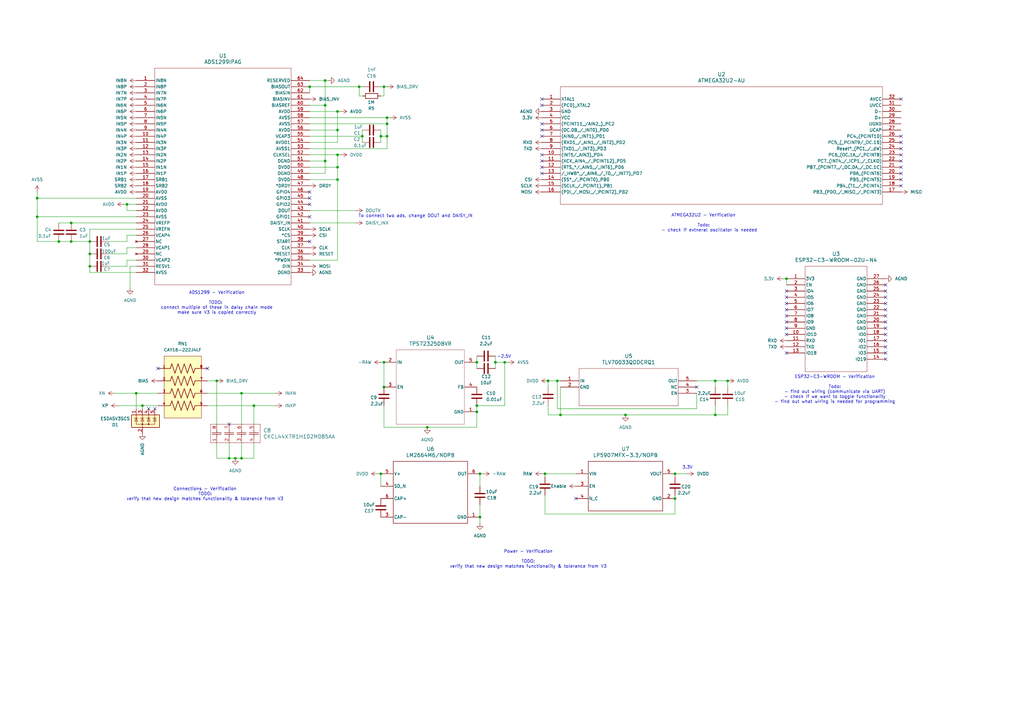
<source format=kicad_sch>
(kicad_sch (version 20231120) (generator "eeschema") (generator_version "8.0")
  (paper "A3")
  (lib_symbols
    (symbol "Device:C" (pin_numbers hide) (pin_names (offset 0.254))
      (property "Reference" "C" (at 0.635 2.54 0))
      (property "Value" "C" (at 0.635 -2.54 0))
      (symbol "C_1_1"
        (pin passive line (at 0 3.81 270) (length 2.794) (name "~") (number "1"))
        (pin passive line (at 0 -3.81 90) (length 2.794) (name "~") (number "2"))
      )
    )
    (symbol "Device:R" (pin_numbers hide) (pin_names (offset 0))
      (property "Reference" "R" (at 2.032 0 90))
      (property "Value" "R" (at 0 0 90))
      (symbol "R_1_1"
        (pin passive line (at 0 3.81 270) (length 1.27) (name "~") (number "1"))
        (pin passive line (at 0 -3.81 90) (length 1.27) (name "~") (number "2"))
      )
    )
    (symbol "Power_Protection:ESDA5V3SC5" (pin_names hide)
      (property "Reference" "D" (at 7.62 2.54 0))
      (property "Value" "ESDA5V3SC5" (at 7.62 0.635 0))
      (symbol "ESDA5V3SC5_0_0"
        (pin passive line (at 0 -5.08 90) (length 2.54) (name "A") (number "2"))
      )
      (symbol "ESDA5V3SC5_1_1"
        (pin passive line (at -2.54 5.08 270) (length 2.54) (name "K") (number "1"))
        (pin passive line (at 0 5.08 270) (length 2.54) (name "K") (number "3"))
        (pin passive line (at 2.54 5.08 270) (length 2.54) (name "K") (number "4"))
        (pin passive line (at 5.08 5.08 270) (length 2.54) (name "K") (number "5"))
      )
    )
    (symbol "V4_OpenBCI_Hardware_Symbol_Library:ADS1299IPAG" (pin_names (offset 0.254))
      (property "Reference" "U" (at 35.56 10.16 0))
      (property "Value" "ADS1299IPAG" (at 35.56 7.62 0))
      (symbol "ADS1299IPAG_0_1"
        (pin input line (at 0 0 0) (length 7.62) (name "IN8N") (number "1"))
        (pin input line (at 0 -22.86 0) (length 7.62) (name "IN4P") (number "10"))
        (pin input line (at 0 -25.4 0) (length 7.62) (name "IN3N") (number "11"))
        (pin input line (at 0 -27.94 0) (length 7.62) (name "IN3P") (number "12"))
        (pin input line (at 0 -30.48 0) (length 7.62) (name "IN2N") (number "13"))
        (pin input line (at 0 -33.02 0) (length 7.62) (name "IN2P") (number "14"))
        (pin input line (at 0 -35.56 0) (length 7.62) (name "IN1N") (number "15"))
        (pin input line (at 0 -38.1 0) (length 7.62) (name "IN1P") (number "16"))
        (pin bidirectional line (at 0 -40.64 0) (length 7.62) (name "SRB1") (number "17"))
        (pin bidirectional line (at 0 -43.18 0) (length 7.62) (name "SRB2") (number "18"))
        (pin power_in line (at 0 -45.72 0) (length 7.62) (name "AVDD") (number "19"))
        (pin input line (at 0 -2.54 0) (length 7.62) (name "IN8P") (number "2"))
        (pin power_in line (at 0 -48.26 0) (length 7.62) (name "AVSS") (number "20"))
        (pin power_in line (at 0 -50.8 0) (length 7.62) (name "AVDD") (number "21"))
        (pin power_in line (at 0 -53.34 0) (length 7.62) (name "AVDD") (number "22"))
        (pin power_in line (at 0 -55.88 0) (length 7.62) (name "AVSS") (number "23"))
        (pin bidirectional line (at 0 -58.42 0) (length 7.62) (name "VREFP") (number "24"))
        (pin input line (at 0 -60.96 0) (length 7.62) (name "VREFN") (number "25"))
        (pin output line (at 0 -63.5 0) (length 7.62) (name "VCAP4") (number "26"))
        (pin no_connect line (at 0 -66.04 0) (length 7.62) (name "NC") (number "27"))
        (pin unspecified line (at 0 -68.58 0) (length 7.62) (name "VCAP1") (number "28"))
        (pin no_connect line (at 0 -71.12 0) (length 7.62) (name "NC") (number "29"))
        (pin input line (at 0 -5.08 0) (length 7.62) (name "IN7N") (number "3"))
        (pin unspecified line (at 0 -73.66 0) (length 7.62) (name "VCAP2") (number "30"))
        (pin input line (at 0 -76.2 0) (length 7.62) (name "RESV1") (number "31"))
        (pin power_in line (at 0 -78.74 0) (length 7.62) (name "AVSS") (number "32"))
        (pin power_in line (at 71.12 -78.74 180) (length 7.62) (name "DGND") (number "33"))
        (pin input line (at 71.12 -76.2 180) (length 7.62) (name "DIN") (number "34"))
        (pin power_in line (at 71.12 -73.66 180) (length 7.62) (name "*PWDN") (number "35"))
        (pin input line (at 71.12 -71.12 180) (length 7.62) (name "*RESET") (number "36"))
        (pin input line (at 71.12 -68.58 180) (length 7.62) (name "CLK") (number "37"))
        (pin input line (at 71.12 -66.04 180) (length 7.62) (name "START") (number "38"))
        (pin input line (at 71.12 -63.5 180) (length 7.62) (name "*CS") (number "39"))
        (pin input line (at 0 -7.62 0) (length 7.62) (name "IN7P") (number "4"))
        (pin input line (at 71.12 -60.96 180) (length 7.62) (name "SCLK") (number "40"))
        (pin input line (at 71.12 -58.42 180) (length 7.62) (name "DAISY_IN") (number "41"))
        (pin bidirectional line (at 71.12 -55.88 180) (length 7.62) (name "GPIO1") (number "42"))
        (pin output line (at 71.12 -53.34 180) (length 7.62) (name "DOUT") (number "43"))
        (pin bidirectional line (at 71.12 -50.8 180) (length 7.62) (name "GPIO2") (number "44"))
        (pin bidirectional line (at 71.12 -48.26 180) (length 7.62) (name "GPIO3") (number "45"))
        (pin bidirectional line (at 71.12 -45.72 180) (length 7.62) (name "GPIO4") (number "46"))
        (pin output line (at 71.12 -43.18 180) (length 7.62) (name "*DRDY") (number "47"))
        (pin power_in line (at 71.12 -40.64 180) (length 7.62) (name "DVDD") (number "48"))
        (pin power_in line (at 71.12 -38.1 180) (length 7.62) (name "DGND") (number "49"))
        (pin input line (at 0 -10.16 0) (length 7.62) (name "IN6N") (number "5"))
        (pin power_in line (at 71.12 -35.56 180) (length 7.62) (name "DVDD") (number "50"))
        (pin power_in line (at 71.12 -33.02 180) (length 7.62) (name "DGND") (number "51"))
        (pin input line (at 71.12 -30.48 180) (length 7.62) (name "CLKSEL") (number "52"))
        (pin power_in line (at 71.12 -27.94 180) (length 7.62) (name "AVSS1") (number "53"))
        (pin power_in line (at 71.12 -25.4 180) (length 7.62) (name "AVDD1") (number "54"))
        (pin unspecified line (at 71.12 -22.86 180) (length 7.62) (name "VCAP3") (number "55"))
        (pin power_in line (at 71.12 -20.32 180) (length 7.62) (name "AVDD") (number "56"))
        (pin power_in line (at 71.12 -17.78 180) (length 7.62) (name "AVSS") (number "57"))
        (pin power_in line (at 71.12 -15.24 180) (length 7.62) (name "AVSS") (number "58"))
        (pin power_in line (at 71.12 -12.7 180) (length 7.62) (name "AVDD") (number "59"))
        (pin input line (at 0 -12.7 0) (length 7.62) (name "IN6P") (number "6"))
        (pin input line (at 71.12 -10.16 180) (length 7.62) (name "BIASREF") (number "60"))
        (pin bidirectional line (at 71.12 -7.62 180) (length 7.62) (name "BIASINV") (number "61"))
        (pin input line (at 71.12 -5.08 180) (length 7.62) (name "BIASIN") (number "62"))
        (pin output line (at 71.12 -2.54 180) (length 7.62) (name "BIASOUT") (number "63"))
        (pin output line (at 71.12 0 180) (length 7.62) (name "RESERVED") (number "64"))
        (pin input line (at 0 -15.24 0) (length 7.62) (name "IN5N") (number "7"))
        (pin input line (at 0 -17.78 0) (length 7.62) (name "IN5P") (number "8"))
        (pin input line (at 0 -20.32 0) (length 7.62) (name "IN4N") (number "9"))
      )
    )
    (symbol "V4_OpenBCI_Hardware_Symbol_Library:ATMEGA32U2-AU" (pin_names (offset 0.254))
      (property "Reference" "U" (at 73.66 10.16 0))
      (property "Value" "ATMEGA32U2-AU" (at 73.66 7.62 0))
      (symbol "ATMEGA32U2-AU_0_1"
        (pin input line (at 0 0 0) (length 7.62) (name "XTAL1") (number "1"))
        (pin bidirectional line (at 0 -22.86 0) (length 7.62) (name "(INT5/_AIN3)_PD4") (number "10"))
        (pin bidirectional line (at 0 -25.4 0) (length 7.62) (name "(XCK_AIN4_/_PCINT12)_PD5") (number "11"))
        (pin bidirectional line (at 0 -27.94 0) (length 7.62) (name "(RTS_*/_AIN5_/_INT6)_PD6") (number "12"))
        (pin bidirectional line (at 0 -30.48 0) (length 7.62) (name "/_HWB*_/_AIN6_/_T0_/_INT7)_PD7") (number "13"))
        (pin bidirectional line (at 0 -33.02 0) (length 7.62) (name "(SS*_/_PCINT0)_PB0") (number "14"))
        (pin bidirectional line (at 0 -35.56 0) (length 7.62) (name "(SCLK_/_PCINT1)_PB1") (number "15"))
        (pin bidirectional line (at 0 -38.1 0) (length 7.62) (name "(PDI_/_MOSI_/_PCINT2)_PB2") (number "16"))
        (pin bidirectional line (at 147.32 -38.1 180) (length 7.62) (name "PB3_(PDO_/_MISO_/_PCINT3)") (number "17"))
        (pin bidirectional line (at 147.32 -35.56 180) (length 7.62) (name "PB4_(T1_/_PCINT4)") (number "18"))
        (pin bidirectional line (at 147.32 -33.02 180) (length 7.62) (name "PB5_(PCINT5)") (number "19"))
        (pin output line (at 0 -2.54 0) (length 7.62) (name "(PC0)_XTAL2") (number "2"))
        (pin bidirectional line (at 147.32 -30.48 180) (length 7.62) (name "PB6_(PCINT6)") (number "20"))
        (pin bidirectional line (at 147.32 -27.94 180) (length 7.62) (name "PB7_(PCINT7_/_OC.0A_/_OC.1C)") (number "21"))
        (pin bidirectional line (at 147.32 -25.4 180) (length 7.62) (name "PC7_(INT4_/_ICP1_/_CLKO)") (number "22"))
        (pin bidirectional line (at 147.32 -22.86 180) (length 7.62) (name "PC6_(OC.1A_/_PCINT8)") (number "23"))
        (pin bidirectional line (at 147.32 -20.32 180) (length 7.62) (name "Reset*_(PC1_/_dW)") (number "24"))
        (pin bidirectional line (at 147.32 -17.78 180) (length 7.62) (name "PC5_(_PCINT9/_OC.1B)") (number "25"))
        (pin bidirectional line (at 147.32 -15.24 180) (length 7.62) (name "PC4_(PCINT10)") (number "26"))
        (pin power_in line (at 147.32 -12.7 180) (length 7.62) (name "UCAP") (number "27"))
        (pin power_in line (at 147.32 -10.16 180) (length 7.62) (name "UGND") (number "28"))
        (pin unspecified line (at 147.32 -7.62 180) (length 7.62) (name "D+") (number "29"))
        (pin power_in line (at 0 -5.08 0) (length 7.62) (name "GND") (number "3"))
        (pin unspecified line (at 147.32 -5.08 180) (length 7.62) (name "D-") (number "30"))
        (pin power_in line (at 147.32 -2.54 180) (length 7.62) (name "UVCC") (number "31"))
        (pin power_in line (at 147.32 0 180) (length 7.62) (name "AVCC") (number "32"))
        (pin power_in line (at 0 -7.62 0) (length 7.62) (name "VCC") (number "4"))
        (pin bidirectional line (at 0 -10.16 0) (length 7.62) (name "(PCINT11_/AIN2_)_PC2") (number "5"))
        (pin bidirectional line (at 0 -12.7 0) (length 7.62) (name "(OC.0B_/_INT0)_PD0") (number "6"))
        (pin bidirectional line (at 0 -15.24 0) (length 7.62) (name "(AIN0_/_INT1)_PD1") (number "7"))
        (pin bidirectional line (at 0 -17.78 0) (length 7.62) (name "(RXD1_/_AIN1_/_INT2)_PD2") (number "8"))
        (pin bidirectional line (at 0 -20.32 0) (length 7.62) (name "(TXD1_/_INT3)_PD3") (number "9"))
      )
    )
    (symbol "V4_OpenBCI_Hardware_Symbol_Library:CAY16-222J4LF" (pin_names (offset 1.016))
      (property "Reference" "RN" (at -6.8624 13.4635 0))
      (property "Value" "CAY16-222J4LF" (at -6.614 -15.7546 0))
      (symbol "CAY16-222J4LF_0_0"
        (pin passive line (at -10.16 7.62 0) (length 5.08) (name "~") (number "1"))
        (pin passive line (at -10.16 2.54 0) (length 5.08) (name "~") (number "2"))
        (pin passive line (at -10.16 -2.54 0) (length 5.08) (name "~") (number "3"))
        (pin passive line (at -10.16 -7.62 0) (length 5.08) (name "~") (number "4"))
        (pin passive line (at 10.16 -7.62 180) (length 5.08) (name "~") (number "5"))
        (pin passive line (at 10.16 -2.54 180) (length 5.08) (name "~") (number "6"))
        (pin passive line (at 10.16 2.54 180) (length 5.08) (name "~") (number "7"))
        (pin passive line (at 10.16 7.62 180) (length 5.08) (name "~") (number "8"))
      )
    )
    (symbol "V4_OpenBCI_Hardware_Symbol_Library:CKCL44X7R1H102M085AA" (pin_names (offset 0.254))
      (property "Reference" "C" (at -7.62 10.16 0))
      (property "Value" "CKCL44X7R1H102M085AA" (at -7.62 6.985 0))
      (symbol "CKCL44X7R1H102M085AA_0_1"
        (pin unspecified line (at 0 -7.62 90) (length 2.54) (name "") (number "1"))
        (pin unspecified line (at 5.08 -7.62 90) (length 2.54) (name "") (number "2"))
        (pin unspecified line (at 10.16 -7.62 90) (length 2.54) (name "") (number "3"))
        (pin unspecified line (at 15.24 -7.62 90) (length 2.54) (name "") (number "4"))
        (pin unspecified line (at 15.24 0 270) (length 2.54) (name "") (number "5"))
        (pin unspecified line (at 10.16 0 270) (length 2.54) (name "") (number "6"))
        (pin unspecified line (at 5.08 0 270) (length 2.54) (name "") (number "7"))
        (pin unspecified line (at 0 0 270) (length 2.54) (name "") (number "8"))
      )
    )
    (symbol "V4_OpenBCI_Hardware_Symbol_Library:ESP32-C3-WROOM-02U-N4" (pin_names (offset 0.254))
      (property "Reference" "U" (at 20.32 10.16 0))
      (property "Value" "ESP32-C3-WROOM-02U-N4" (at 20.32 7.62 0))
      (symbol "ESP32-C3-WROOM-02U-N4_0_1"
        (pin power_in line (at 0 0 0) (length 7.62) (name "3V3") (number "1"))
        (pin bidirectional line (at 0 -22.86 0) (length 7.62) (name "IO10") (number "10"))
        (pin bidirectional line (at 0 -25.4 0) (length 7.62) (name "RXD") (number "11"))
        (pin bidirectional line (at 0 -27.94 0) (length 7.62) (name "TXD") (number "12"))
        (pin bidirectional line (at 0 -30.48 0) (length 7.62) (name "IO18") (number "13"))
        (pin bidirectional line (at 40.64 -33.02 180) (length 7.62) (name "IO19") (number "14"))
        (pin bidirectional line (at 40.64 -30.48 180) (length 7.62) (name "IO3") (number "15"))
        (pin bidirectional line (at 40.64 -27.94 180) (length 7.62) (name "IO2") (number "16"))
        (pin bidirectional line (at 40.64 -25.4 180) (length 7.62) (name "IO1") (number "17"))
        (pin bidirectional line (at 40.64 -22.86 180) (length 7.62) (name "IO0") (number "18"))
        (pin power_out line (at 40.64 -20.32 180) (length 7.62) (name "GND") (number "19"))
        (pin input line (at 0 -2.54 0) (length 7.62) (name "EN") (number "2"))
        (pin power_out line (at 40.64 -17.78 180) (length 7.62) (name "GND") (number "20"))
        (pin power_out line (at 40.64 -15.24 180) (length 7.62) (name "GND") (number "21"))
        (pin power_out line (at 40.64 -12.7 180) (length 7.62) (name "GND") (number "22"))
        (pin power_out line (at 40.64 -10.16 180) (length 7.62) (name "GND") (number "23"))
        (pin power_out line (at 40.64 -7.62 180) (length 7.62) (name "GND") (number "24"))
        (pin power_out line (at 40.64 -5.08 180) (length 7.62) (name "GND") (number "25"))
        (pin power_out line (at 40.64 -2.54 180) (length 7.62) (name "GND") (number "26"))
        (pin power_out line (at 40.64 0 180) (length 7.62) (name "GND") (number "27"))
        (pin bidirectional line (at 0 -5.08 0) (length 7.62) (name "IO4") (number "3"))
        (pin bidirectional line (at 0 -7.62 0) (length 7.62) (name "IO5") (number "4"))
        (pin bidirectional line (at 0 -10.16 0) (length 7.62) (name "IO6") (number "5"))
        (pin bidirectional line (at 0 -12.7 0) (length 7.62) (name "IO7") (number "6"))
        (pin bidirectional line (at 0 -15.24 0) (length 7.62) (name "IO8") (number "7"))
        (pin bidirectional line (at 0 -17.78 0) (length 7.62) (name "IO9") (number "8"))
        (pin power_out line (at 0 -20.32 0) (length 7.62) (name "GND") (number "9"))
      )
    )
    (symbol "V4_OpenBCI_Hardware_Symbol_Library:LM2664M6_NOPB" (pin_names (offset 0.254))
      (property "Reference" "U" (at 0 2.54 0))
      (property "Value" "LM2664M6/NOPB" (at 0 0 0))
      (symbol "LM2664M6_NOPB_0_1"
        (pin power_in line (at 20.32 -10.16 180) (length 5.08) (name "GND") (number "1"))
        (pin power_in line (at -20.32 -10.16 0) (length 5.08) (name "CAP-") (number "3"))
        (pin input line (at -20.32 2.54 0) (length 5.08) (name "SD_N") (number "4"))
        (pin power_in line (at -20.32 7.62 0) (length 5.08) (name "V+") (number "5"))
        (pin power_in line (at -20.32 -2.54 0) (length 5.08) (name "CAP+") (number "6"))
        (pin power_in line (at 20.32 7.62 180) (length 5.08) (name "OUT") (number "6"))
      )
    )
    (symbol "V4_OpenBCI_Hardware_Symbol_Library:LP5907MFX-3.3_NOPB" (pin_names (offset 0.254))
      (property "Reference" "U" (at 0 2.54 0))
      (property "Value" "LP5907MFX-3.3/NOPB" (at 0 0 0))
      (symbol "LP5907MFX-3.3_NOPB_0_1"
        (pin power_in line (at -20.32 5.08 0) (length 5.08) (name "VIN") (number "1"))
        (pin power_in line (at 20.32 -5.08 180) (length 5.08) (name "GND") (number "2"))
        (pin input line (at -20.32 0 0) (length 5.08) (name "EN") (number "3"))
        (pin unspecified line (at -20.32 -5.08 0) (length 5.08) (name "N_C") (number "4"))
        (pin power_in line (at 20.32 5.08 180) (length 5.08) (name "VOUT") (number "5"))
      )
    )
    (symbol "V4_OpenBCI_Hardware_Symbol_Library:TLV70033QDDCRQ1" (pin_names (offset 0.254))
      (property "Reference" "U" (at 27.94 10.16 0))
      (property "Value" "TLV70033QDDCRQ1" (at 27.94 7.62 0))
      (symbol "TLV70033QDDCRQ1_0_1"
        (pin input line (at 0 0 0) (length 7.62) (name "IN") (number "1"))
        (pin power_in line (at 0 -2.54 0) (length 7.62) (name "GND") (number "2"))
        (pin unspecified line (at 55.88 -5.08 180) (length 7.62) (name "EN") (number "3"))
        (pin unspecified line (at 55.88 -2.54 180) (length 7.62) (name "NC") (number "4"))
        (pin output line (at 55.88 0 180) (length 7.62) (name "OUT") (number "5"))
      )
    )
    (symbol "V4_OpenBCI_Hardware_Symbol_Library:TPS72325DBVR" (pin_names (offset 0.254))
      (property "Reference" "U" (at 0 2.54 0))
      (property "Value" "TPS72325DBVR" (at 0 0 0))
      (symbol "TPS72325DBVR_0_1"
        (pin power_in line (at 20.32 -10.16 180) (length 5.08) (name "GND") (number "1"))
        (pin power_in line (at -17.78 10.16 0) (length 5.08) (name "IN") (number "2"))
        (pin input line (at -17.78 0 0) (length 5.08) (name "EN") (number "3"))
        (pin input line (at 20.32 0 180) (length 5.08) (name "FB") (number "4"))
        (pin power_in line (at 20.32 10.16 180) (length 5.08) (name "OUT") (number "5"))
      )
    )
    (symbol "power:GNDA" (power) (pin_numbers hide) (pin_names (offset 0) hide)
      (property "Value" "GNDA" (at 0 -3.81 0))
      (symbol "GNDA_1_1"
        (pin power_in line (at 0 0 270) (length 0) (name "~") (number "1"))
      )
    )
    (symbol "power:VD" (power) (pin_numbers hide) (pin_names (offset 0) hide)
      (property "Value" "VD" (at 0 3.556 0))
      (symbol "VD_1_1"
        (pin power_in line (at 0 0 90) (length 0) (name "~") (number "1"))
      )
    )
    (symbol "power:VDD" (power) (pin_numbers hide) (pin_names (offset 0) hide)
      (property "Value" "VDD" (at 0 3.556 0))
      (symbol "VDD_1_1"
        (pin power_in line (at 0 0 90) (length 0) (name "~") (number "1"))
      )
    )
    (symbol "power:VDDA" (power) (pin_numbers hide) (pin_names (offset 0) hide)
      (property "Value" "VDDA" (at 0 3.556 0))
      (symbol "VDDA_1_1"
        (pin power_in line (at 0 0 90) (length 0) (name "~") (number "1"))
      )
    )
  )
  (junction (at 195.58 166.37))
  (junction (at 58.42 166.37))
  (junction (at 228.6 156.21))
  (junction (at 322.58 114.3))
  (junction (at 138.43 45.72))
  (junction (at 29.21 91.44))
  (junction (at 15.24 88.9))
  (junction (at 55.88 161.29))
  (junction (at 88.9 156.21))
  (junction (at 138.43 53.34))
  (junction (at 256.54 170.18))
  (junction (at 203.2 148.59))
  (junction (at 157.48 148.59))
  (junction (at 156.21 55.88))
  (junction (at 104.14 166.37))
  (junction (at 138.43 68.58))
  (junction (at 293.37 156.21))
  (junction (at 24.13 99.06))
  (junction (at 138.43 73.66))
  (junction (at 133.35 66.04))
  (junction (at 148.59 55.88))
  (junction (at 276.86 194.31))
  (junction (at 36.83 99.06))
  (junction (at 96.52 187.96))
  (junction (at 175.26 175.26))
  (junction (at 158.75 55.88))
  (junction (at 99.06 187.96))
  (junction (at 195.58 148.59))
  (junction (at 133.35 33.02))
  (junction (at 196.85 194.31))
  (junction (at 52.07 83.82))
  (junction (at 229.87 170.18))
  (junction (at 158.75 48.26))
  (junction (at 15.24 81.28))
  (junction (at 29.21 99.06))
  (junction (at 138.43 63.5))
  (junction (at 147.32 35.56))
  (junction (at 276.86 204.47))
  (junction (at 93.98 187.96))
  (junction (at 127 35.56))
  (junction (at 196.85 212.09))
  (junction (at 207.01 148.59))
  (junction (at 195.58 168.91))
  (junction (at 224.79 156.21))
  (junction (at 133.35 43.18))
  (junction (at 99.06 161.29))
  (junction (at 157.48 35.56))
  (junction (at 156.21 194.31))
  (junction (at 298.45 156.21))
  (junction (at 36.83 109.22))
  (junction (at 158.75 50.8))
  (junction (at 293.37 170.18))
  (junction (at 36.83 104.14))
  (junction (at 157.48 158.75))
  (junction (at 223.52 194.31))
  (no_connect (at 222.25 53.34))
  (no_connect (at 363.22 139.7))
  (no_connect (at 222.25 68.58))
  (no_connect (at 285.75 158.75))
  (no_connect (at 222.25 50.8))
  (no_connect (at 363.22 116.84))
  (no_connect (at 322.58 129.54))
  (no_connect (at 369.57 55.88))
  (no_connect (at 363.22 127))
  (no_connect (at 369.57 63.5))
  (no_connect (at 322.58 132.08))
  (no_connect (at 236.22 204.47))
  (no_connect (at 222.25 63.5))
  (no_connect (at 363.22 147.32))
  (no_connect (at 222.25 66.04))
  (no_connect (at 369.57 76.2))
  (no_connect (at 322.58 119.38))
  (no_connect (at 85.09 151.13))
  (no_connect (at 64.77 151.13))
  (no_connect (at 363.22 129.54))
  (no_connect (at 63.5 167.64))
  (no_connect (at 322.58 124.46))
  (no_connect (at 363.22 121.92))
  (no_connect (at 127 83.82))
  (no_connect (at 369.57 68.58))
  (no_connect (at 127 88.9))
  (no_connect (at 322.58 121.92))
  (no_connect (at 322.58 137.16))
  (no_connect (at 363.22 124.46))
  (no_connect (at 222.25 55.88))
  (no_connect (at 222.25 43.18))
  (no_connect (at 363.22 132.08))
  (no_connect (at 322.58 134.62))
  (no_connect (at 363.22 144.78))
  (no_connect (at 127 78.74))
  (no_connect (at 222.25 40.64))
  (no_connect (at 60.96 167.64))
  (no_connect (at 222.25 71.12))
  (no_connect (at 322.58 144.78))
  (no_connect (at 369.57 73.66))
  (no_connect (at 369.57 58.42))
  (no_connect (at 363.22 119.38))
  (no_connect (at 369.57 40.64))
  (no_connect (at 369.57 60.96))
  (no_connect (at 369.57 71.12))
  (no_connect (at 127 99.06))
  (no_connect (at 363.22 137.16))
  (no_connect (at 363.22 142.24))
  (no_connect (at 322.58 127))
  (no_connect (at 363.22 134.62))
  (no_connect (at 127 81.28))
  (no_connect (at 93.98 173.99))
  (no_connect (at 369.57 66.04))
  (wire (pts (xy 157.48 175.26) (xy 175.26 175.26)))
  (wire (pts (xy 15.24 88.9) (xy 55.88 88.9)))
  (wire (pts (xy 15.24 99.06) (xy 24.13 99.06)))
  (wire (pts (xy 276.86 203.2) (xy 276.86 204.47)))
  (wire (pts (xy 104.14 166.37) (xy 104.14 173.99)))
  (wire (pts (xy 85.09 156.21) (xy 88.9 156.21)))
  (wire (pts (xy 196.85 194.31) (xy 198.12 194.31)))
  (wire (pts (xy 55.88 161.29) (xy 64.77 161.29)))
  (wire (pts (xy 156.21 148.59) (xy 157.48 148.59)))
  (wire (pts (xy 196.85 207.01) (xy 196.85 212.09)))
  (wire (pts (xy 158.75 35.56) (xy 157.48 35.56)))
  (wire (pts (xy 146.05 86.36) (xy 127 86.36)))
  (wire (pts (xy 285.75 156.21) (xy 293.37 156.21)))
  (wire (pts (xy 157.48 166.37) (xy 157.48 175.26)))
  (wire (pts (xy 88.9 156.21) (xy 88.9 173.99)))
  (wire (pts (xy 24.13 91.44) (xy 29.21 91.44)))
  (wire (pts (xy 99.06 187.96) (xy 104.14 187.96)))
  (wire (pts (xy 158.75 50.8) (xy 158.75 55.88)))
  (wire (pts (xy 127 35.56) (xy 127 38.1)))
  (wire (pts (xy 157.48 39.37) (xy 156.21 39.37)))
  (wire (pts (xy 298.45 166.37) (xy 298.45 170.18)))
  (wire (pts (xy 15.24 88.9) (xy 15.24 99.06)))
  (wire (pts (xy 44.45 109.22) (xy 52.07 109.22)))
  (wire (pts (xy 52.07 86.36) (xy 55.88 86.36)))
  (wire (pts (xy 55.88 101.6) (xy 52.07 101.6)))
  (wire (pts (xy 53.34 109.22) (xy 55.88 109.22)))
  (wire (pts (xy 203.2 148.59) (xy 203.2 151.13)))
  (wire (pts (xy 127 63.5) (xy 138.43 63.5)))
  (wire (pts (xy 148.59 35.56) (xy 147.32 35.56)))
  (wire (pts (xy 104.14 166.37) (xy 113.03 166.37)))
  (wire (pts (xy 133.35 33.02) (xy 133.35 43.18)))
  (wire (pts (xy 223.52 210.82) (xy 276.86 210.82)))
  (wire (pts (xy 195.58 175.26) (xy 195.58 168.91)))
  (wire (pts (xy 52.07 99.06) (xy 44.45 99.06)))
  (wire (pts (xy 127 50.8) (xy 158.75 50.8)))
  (wire (pts (xy 127 48.26) (xy 158.75 48.26)))
  (wire (pts (xy 293.37 166.37) (xy 293.37 170.18)))
  (wire (pts (xy 222.25 194.31) (xy 223.52 194.31)))
  (wire (pts (xy 276.86 210.82) (xy 276.86 204.47)))
  (wire (pts (xy 156.21 53.34) (xy 156.21 55.88)))
  (wire (pts (xy 52.07 109.22) (xy 52.07 106.68)))
  (wire (pts (xy 127 73.66) (xy 138.43 73.66)))
  (wire (pts (xy 224.79 156.21) (xy 228.6 156.21)))
  (wire (pts (xy 52.07 101.6) (xy 52.07 104.14)))
  (wire (pts (xy 52.07 96.52) (xy 52.07 99.06)))
  (wire (pts (xy 50.8 83.82) (xy 52.07 83.82)))
  (wire (pts (xy 156.21 194.31) (xy 156.21 199.39)))
  (wire (pts (xy 293.37 156.21) (xy 293.37 158.75)))
  (wire (pts (xy 298.45 170.18) (xy 293.37 170.18)))
  (wire (pts (xy 156.21 55.88) (xy 158.75 55.88)))
  (wire (pts (xy 203.2 146.05) (xy 203.2 148.59)))
  (wire (pts (xy 24.13 99.06) (xy 29.21 99.06)))
  (wire (pts (xy 223.52 203.2) (xy 223.52 210.82)))
  (wire (pts (xy 127 55.88) (xy 148.59 55.88)))
  (wire (pts (xy 88.9 187.96) (xy 93.98 187.96)))
  (wire (pts (xy 195.58 166.37) (xy 195.58 168.91)))
  (wire (pts (xy 133.35 71.12) (xy 127 71.12)))
  (wire (pts (xy 158.75 50.8) (xy 158.75 48.26)))
  (wire (pts (xy 133.35 43.18) (xy 133.35 66.04)))
  (wire (pts (xy 228.6 167.64) (xy 228.6 156.21)))
  (wire (pts (xy 52.07 104.14) (xy 44.45 104.14)))
  (wire (pts (xy 207.01 148.59) (xy 207.01 166.37)))
  (wire (pts (xy 133.35 33.02) (xy 134.62 33.02)))
  (wire (pts (xy 156.21 55.88) (xy 156.21 58.42)))
  (wire (pts (xy 148.59 55.88) (xy 148.59 58.42)))
  (wire (pts (xy 133.35 33.02) (xy 127 33.02)))
  (wire (pts (xy 224.79 156.21) (xy 224.79 158.75)))
  (wire (pts (xy 99.06 161.29) (xy 99.06 173.99)))
  (wire (pts (xy 127 106.68) (xy 138.43 106.68)))
  (wire (pts (xy 276.86 194.31) (xy 281.94 194.31)))
  (wire (pts (xy 58.42 166.37) (xy 64.77 166.37)))
  (wire (pts (xy 138.43 53.34) (xy 138.43 58.42)))
  (wire (pts (xy 36.83 111.76) (xy 55.88 111.76)))
  (wire (pts (xy 229.87 170.18) (xy 256.54 170.18)))
  (wire (pts (xy 321.31 114.3) (xy 322.58 114.3)))
  (wire (pts (xy 228.6 167.64) (xy 285.75 167.64)))
  (wire (pts (xy 88.9 181.61) (xy 88.9 187.96)))
  (wire (pts (xy 138.43 73.66) (xy 138.43 106.68)))
  (wire (pts (xy 148.59 55.88) (xy 148.59 53.34)))
  (wire (pts (xy 36.83 99.06) (xy 36.83 104.14)))
  (wire (pts (xy 96.52 187.96) (xy 99.06 187.96)))
  (wire (pts (xy 36.83 93.98) (xy 36.83 99.06)))
  (wire (pts (xy 224.79 170.18) (xy 224.79 166.37)))
  (wire (pts (xy 53.34 118.11) (xy 53.34 109.22)))
  (wire (pts (xy 208.28 148.59) (xy 207.01 148.59)))
  (wire (pts (xy 285.75 161.29) (xy 285.75 167.64)))
  (wire (pts (xy 224.79 170.18) (xy 229.87 170.18)))
  (wire (pts (xy 133.35 66.04) (xy 133.35 71.12)))
  (wire (pts (xy 52.07 106.68) (xy 55.88 106.68)))
  (wire (pts (xy 147.32 39.37) (xy 147.32 35.56)))
  (wire (pts (xy 175.26 175.26) (xy 195.58 175.26)))
  (wire (pts (xy 104.14 181.61) (xy 104.14 187.96)))
  (wire (pts (xy 36.83 109.22) (xy 36.83 111.76)))
  (wire (pts (xy 196.85 194.31) (xy 196.85 199.39)))
  (wire (pts (xy 127 60.96) (xy 158.75 60.96)))
  (wire (pts (xy 55.88 93.98) (xy 36.83 93.98)))
  (wire (pts (xy 15.24 81.28) (xy 15.24 88.9)))
  (wire (pts (xy 15.24 81.28) (xy 55.88 81.28)))
  (wire (pts (xy 52.07 96.52) (xy 55.88 96.52)))
  (wire (pts (xy 228.6 156.21) (xy 229.87 156.21)))
  (wire (pts (xy 48.26 166.37) (xy 58.42 166.37)))
  (wire (pts (xy 276.86 194.31) (xy 276.86 195.58)))
  (wire (pts (xy 36.83 104.14) (xy 36.83 109.22)))
  (wire (pts (xy 293.37 170.18) (xy 256.54 170.18)))
  (wire (pts (xy 229.87 158.75) (xy 229.87 170.18)))
  (wire (pts (xy 99.06 161.29) (xy 113.03 161.29)))
  (wire (pts (xy 157.48 148.59) (xy 157.48 158.75)))
  (wire (pts (xy 29.21 99.06) (xy 36.83 99.06)))
  (wire (pts (xy 52.07 83.82) (xy 55.88 83.82)))
  (wire (pts (xy 138.43 53.34) (xy 138.43 45.72)))
  (wire (pts (xy 138.43 63.5) (xy 138.43 68.58)))
  (wire (pts (xy 195.58 146.05) (xy 195.58 148.59)))
  (wire (pts (xy 157.48 35.56) (xy 157.48 39.37)))
  (wire (pts (xy 93.98 181.61) (xy 93.98 187.96)))
  (wire (pts (xy 139.7 63.5) (xy 138.43 63.5)))
  (wire (pts (xy 138.43 68.58) (xy 138.43 73.66)))
  (wire (pts (xy 223.52 194.31) (xy 236.22 194.31)))
  (wire (pts (xy 148.59 39.37) (xy 147.32 39.37)))
  (wire (pts (xy 203.2 148.59) (xy 207.01 148.59)))
  (wire (pts (xy 223.52 194.31) (xy 223.52 195.58)))
  (wire (pts (xy 93.98 187.96) (xy 96.52 187.96)))
  (wire (pts (xy 15.24 78.74) (xy 15.24 81.28)))
  (wire (pts (xy 157.48 35.56) (xy 156.21 35.56)))
  (wire (pts (xy 293.37 156.21) (xy 298.45 156.21)))
  (wire (pts (xy 58.42 166.37) (xy 58.42 167.64)))
  (wire (pts (xy 195.58 148.59) (xy 195.58 151.13)))
  (wire (pts (xy 127 53.34) (xy 138.43 53.34)))
  (wire (pts (xy 160.02 48.26) (xy 158.75 48.26)))
  (wire (pts (xy 127 68.58) (xy 138.43 68.58)))
  (wire (pts (xy 133.35 43.18) (xy 127 43.18)))
  (wire (pts (xy 139.7 45.72) (xy 138.43 45.72)))
  (wire (pts (xy 85.09 166.37) (xy 104.14 166.37)))
  (wire (pts (xy 196.85 212.09) (xy 196.85 214.63)))
  (wire (pts (xy 138.43 58.42) (xy 127 58.42)))
  (wire (pts (xy 133.35 66.04) (xy 127 66.04)))
  (wire (pts (xy 158.75 55.88) (xy 158.75 60.96)))
  (wire (pts (xy 29.21 91.44) (xy 55.88 91.44)))
  (wire (pts (xy 46.99 161.29) (xy 55.88 161.29)))
  (wire (pts (xy 138.43 45.72) (xy 127 45.72)))
  (wire (pts (xy 127 35.56) (xy 147.32 35.56)))
  (wire (pts (xy 55.88 161.29) (xy 55.88 167.64)))
  (wire (pts (xy 207.01 166.37) (xy 195.58 166.37)))
  (wire (pts (xy 154.94 194.31) (xy 156.21 194.31)))
  (wire (pts (xy 52.07 83.82) (xy 52.07 86.36)))
  (wire (pts (xy 298.45 156.21) (xy 298.45 158.75)))
  (wire (pts (xy 85.09 161.29) (xy 99.06 161.29)))
  (wire (pts (xy 322.58 114.3) (xy 322.58 116.84)))
  (wire (pts (xy 146.05 91.44) (xy 127 91.44)))
  (wire (pts (xy 99.06 181.61) (xy 99.06 187.96)))
  (text "Power - Verification\n\nTODO:\nverify that new design matches functionality & tolerance from V3" (at 216.662 229.362 0) (effects (font (size 1.27 1.27))))
  (text "Connections - Verification\nTODO:\nverify that new design matches functionality & tolerance from V3" (at 84.074 202.692 0) (effects (font (size 1.27 1.27))))
  (text "To connect two ads, change DOUT and DAISY_IN" (at 170.434 88.646 0) (effects (font (size 1.27 1.27))))
  (text "ATMEGA32U2 - Verification\n\nTodo:\n	- check if extneral oscillator is needed" (at 288.544 91.44 0) (effects (font (size 1.27 1.27))))
  (text "ADS1299 - Verification\n\nTODO: \nconnect multiple of these in daisy chain mode\nmake sure V3 is copied correctly" (at 88.9 124.206 0) (effects (font (size 1.27 1.27))))
  (text "-2.5V" (at 206.756 146.304 0) (effects (font (size 1.27 1.27))))
  (text "3.3V" (at 281.94 191.77 0) (effects (font (size 1.27 1.27))))
  (text "ESP32-C3-WROOM - Verification\n\nTodo:\n- find out wiring (communicate via UART)\n- check if we want to toggle functionality\n- find out what wiring is needed for programming" (at 342.392 159.766 0) (effects (font (size 1.27 1.27))))
  (symbol (lib_id "power:VDDA") (at 55.88 60.96 90) (unit 1)
    (property "Reference" "#PWR042" (effects (hide yes)))
    (property "Value" "IN3P" (at 52.07 60.9599 90) (effects (justify left)))
    (property "Description" "Power symbol creates a global label with name \"VDDA\"" (effects (hide yes)))
  )
  (symbol (lib_id "power:VDDA") (at 55.88 50.8 90) (unit 1)
    (property "Reference" "#PWR038" (effects (hide yes)))
    (property "Value" "IN5P" (at 52.07 50.7999 90) (effects (justify left)))
    (property "Description" "Power symbol creates a global label with name \"VDDA\"" (effects (hide yes)))
  )
  (symbol (lib_id "power:VDDA") (at 55.88 43.18 90) (unit 1)
    (property "Reference" "#PWR035" (effects (hide yes)))
    (property "Value" "IN6N" (at 52.07 43.1799 90) (effects (justify left)))
    (property "Description" "Power symbol creates a global label with name \"VDDA\"" (effects (hide yes)))
  )
  (symbol (lib_id "power:GNDA") (at 222.25 45.72 270) (unit 1)
    (property "Reference" "#PWR017" (effects (hide yes)))
    (property "Value" "AGND" (at 218.44 45.7199 90) (effects (justify right)))
    (property "Description" "Power symbol creates a global label with name \"GNDA\" , analog ground" (effects (hide yes)))
  )
  (symbol (lib_id "V4_OpenBCI_Hardware_Symbol_Library:ATMEGA32U2-AU") (at 222.25 40.64 0) (unit 1)
    (property "Reference" "U2" (at 295.91 30.48 0) (effects (font (size 1.524 1.524))))
    (property "Value" "ATMEGA32U2-AU" (at 295.91 33.02 0) (effects (font (size 1.524 1.524))))
    (property "Footprint" "32A_ATM" (effects (hide yes)))
    (property "Datasheet" "ATMEGA32U2-AU" (effects (hide yes)))
  )
  (symbol (lib_id "V4_OpenBCI_Hardware_Symbol_Library:ESP32-C3-WROOM-02U-N4") (at 322.58 114.3 0) (unit 1)
    (property "Reference" "U3" (at 342.9 104.14 0) (effects (font (size 1.524 1.524))))
    (property "Value" "ESP32-C3-WROOM-02U-N4" (at 342.9 106.68 0) (effects (font (size 1.524 1.524))))
    (property "Footprint" "ESP32-C3-WROOM-02U_EXP" (effects (hide yes)))
    (property "Datasheet" "ESP32-C3-WROOM-02U-N4" (effects (hide yes)))
  )
  (symbol (lib_id "Device:C") (at 40.64 109.22 90) (unit 1)
    (property "Reference" "C7" (at 45.212 110.49 90) (effects (justify left)))
    (property "Value" "1uF" (at 45.212 107.95 90) (effects (justify left)))
    (property "Description" "Unpolarized capacitor" (effects (hide yes)))
  )
  (symbol (lib_id "Device:C") (at 276.86 199.39 0) (unit 1)
    (property "Reference" "C20" (at 279.4 199.644 0) (effects (justify left)))
    (property "Value" "2.2uF" (at 277.876 202.184 0) (effects (justify left)))
    (property "Description" "Unpolarized capacitor" (effects (hide yes)))
  )
  (symbol (lib_id "Power_Protection:ESDA5V3SC5") (at 58.42 172.72 0) (unit 1)
    (property "Reference" "D1" (at 47.244 174.244 0))
    (property "Value" "ESDA5V3SC5" (at 47.244 171.704 0))
    (property "Footprint" "Package_TO_SOT_SMD:SOT-23-5" (effects (hide yes)))
    (property "Datasheet" "https://www.st.com/resource/en/datasheet/esda5v3sc6.pdf" (effects (hide yes)))
    (property "Description" "Quad TVS Diode Array, 5.3V Standoff, 4 Channels, 400W, ±30kV, SOT-23-5" (effects (hide yes)))
  )
  (symbol (lib_id "V4_OpenBCI_Hardware_Symbol_Library:CKCL44X7R1H102M085AA") (at 88.9 173.99 0) (unit 1)
    (property "Reference" "C8" (at 107.95 176.5299 0) (effects (font (size 1.524 1.524)) (justify left)))
    (property "Value" "CKCL44X7R1H102M085AA" (at 107.95 179.0699 0) (effects (font (size 1.524 1.524)) (justify left)))
    (property "Footprint" "CKCL44_TDK" (effects (hide yes)))
    (property "Datasheet" "CKCL44X7R1H102M085AA" (effects (hide yes)))
  )
  (symbol (lib_id "power:VD") (at 222.25 78.74 90) (unit 1)
    (property "Reference" "#PWR018" (effects (hide yes)))
    (property "Value" "MOSI" (at 218.44 78.7399 90) (effects (justify left)))
    (property "Description" "Power symbol creates a global label with name \"VD\"" (effects (hide yes)))
  )
  (symbol (lib_id "power:VD") (at 48.26 166.37 90) (unit 1)
    (property "Reference" "#PWR058" (effects (hide yes)))
    (property "Value" "XP" (at 44.45 166.3699 90) (effects (justify left)))
    (property "Description" "Power symbol creates a global label with name \"VD\"" (effects (hide yes)))
  )
  (symbol (lib_id "power:VD") (at 146.05 91.44 270) (unit 1)
    (property "Reference" "#PWR028" (effects (hide yes)))
    (property "Value" "DAISY_INX" (at 149.86 91.4399 90) (effects (justify left)))
    (property "Description" "Power symbol creates a global label with name \"VD\"" (effects (hide yes)))
  )
  (symbol (lib_id "power:VD") (at 322.58 142.24 90) (unit 1)
    (property "Reference" "#PWR010" (effects (hide yes)))
    (property "Value" "TXD" (at 318.77 142.2399 90) (effects (justify left)))
    (property "Description" "Power symbol creates a global label with name \"VD\"" (effects (hide yes)))
  )
  (symbol (lib_id "Device:C") (at 24.13 95.25 180) (unit 1)
    (property "Reference" "C4" (at 21.082 94.234 0) (effects (justify left)))
    (property "Value" "0.1uF" (at 21.082 96.774 0) (effects (justify left)))
    (property "Description" "Unpolarized capacitor" (effects (hide yes)))
  )
  (symbol (lib_id "Device:C") (at 157.48 162.56 0) (unit 1)
    (property "Reference" "C9" (at 151.892 163.068 0) (effects (justify left)))
    (property "Value" "2.2uF" (at 151.892 165.608 0) (effects (justify left)))
    (property "Description" "Unpolarized capacitor" (effects (hide yes)))
  )
  (symbol (lib_id "V4_OpenBCI_Hardware_Symbol_Library:LP5907MFX-3.3_NOPB") (at 256.54 199.39 0) (unit 1)
    (property "Reference" "U7" (at 256.54 184.15 0) (effects (font (size 1.524 1.524))))
    (property "Value" "LP5907MFX-3.3/NOPB" (at 256.54 186.69 0) (effects (font (size 1.524 1.524))))
    (property "Footprint" "DBV0005A_N" (effects (hide yes)))
    (property "Datasheet" "LP5907MFX-3.3/NOPB" (effects (hide yes)))
  )
  (symbol (lib_id "power:VD") (at 281.94 194.31 270) (unit 1)
    (property "Reference" "#PWR069" (effects (hide yes)))
    (property "Value" "DVDD" (at 285.75 194.3099 90) (effects (justify left)))
    (property "Description" "Power symbol creates a global label with name \"VD\"" (effects (hide yes)))
  )
  (symbol (lib_id "power:VD") (at 222.25 60.96 90) (unit 1)
    (property "Reference" "#PWR049" (effects (hide yes)))
    (property "Value" "TXD" (at 218.44 60.9599 90) (effects (justify left)))
    (property "Description" "Power symbol creates a global label with name \"VD\"" (effects (hide yes)))
  )
  (symbol (lib_id "Device:R") (at 152.4 39.37 90) (unit 1)
    (property "Reference" "R5" (at 153.67 44.45 90) (effects (justify left)))
    (property "Value" "1M" (at 153.67 41.91 90) (effects (justify left)))
    (property "Description" "Resistor" (effects (hide yes)))
  )
  (symbol (lib_id "Device:C") (at 40.64 104.14 90) (unit 1)
    (property "Reference" "C6" (at 45.212 105.664 90) (effects (justify left)))
    (property "Value" "100uF" (at 47.752 103.124 90) (effects (justify left)))
    (property "Description" "Unpolarized capacitor" (effects (hide yes)))
  )
  (symbol (lib_id "power:VDDA") (at 50.8 83.82 90) (unit 1)
    (property "Reference" "#PWR011" (effects (hide yes)))
    (property "Value" "AVDD" (at 46.99 83.8199 90) (effects (justify left)))
    (property "Description" "Power symbol creates a global label with name \"VDDA\"" (effects (hide yes)))
  )
  (symbol (lib_id "power:VDDA") (at 55.88 66.04 90) (unit 1)
    (property "Reference" "#PWR044" (effects (hide yes)))
    (property "Value" "IN2P" (at 52.07 66.0399 90) (effects (justify left)))
    (property "Description" "Power symbol creates a global label with name \"VDDA\"" (effects (hide yes)))
  )
  (symbol (lib_id "power:VDDA") (at 55.88 76.2 90) (unit 1)
    (property "Reference" "#PWR048" (effects (hide yes)))
    (property "Value" "SRB2" (at 52.07 76.1999 90) (effects (justify left)))
    (property "Description" "Power symbol creates a global label with name \"VDDA\"" (effects (hide yes)))
  )
  (symbol (lib_id "Device:C") (at 224.79 162.56 0) (unit 1)
    (property "Reference" "C13" (at 218.186 162.814 0) (effects (justify left)))
    (property "Value" "2.2uF" (at 218.186 165.354 0) (effects (justify left)))
    (property "Description" "Unpolarized capacitor" (effects (hide yes)))
  )
  (symbol (lib_id "power:VD") (at 156.21 148.59 90) (unit 1)
    (property "Reference" "#PWR052" (effects (hide yes)))
    (property "Value" "-RAW" (at 152.4 148.5899 90) (effects (justify left)))
    (property "Description" "Power symbol creates a global label with name \"VD\"" (effects (hide yes)))
  )
  (symbol (lib_id "power:VDDA") (at 55.88 58.42 90) (unit 1)
    (property "Reference" "#PWR041" (effects (hide yes)))
    (property "Value" "IN3N" (at 52.07 58.4199 90) (effects (justify left)))
    (property "Description" "Power symbol creates a global label with name \"VDDA\"" (effects (hide yes)))
  )
  (symbol (lib_id "power:GNDA") (at 96.52 187.96 0) (unit 1)
    (property "Reference" "#PWR055" (effects (hide yes)))
    (property "Value" "AGND" (at 96.52 193.04 0))
    (property "Description" "Power symbol creates a global label with name \"GNDA\" , analog ground" (effects (hide yes)))
  )
  (symbol (lib_id "power:VDDA") (at 139.7 45.72 270) (unit 1)
    (property "Reference" "#PWR015" (effects (hide yes)))
    (property "Value" "AVDD" (at 143.51 45.7199 90) (effects (justify left)))
    (property "Description" "Power symbol creates a global label with name \"VDDA\"" (effects (hide yes)))
  )
  (symbol (lib_id "power:VD") (at 88.9 156.21 270) (unit 1)
    (property "Reference" "#PWR051" (effects (hide yes)))
    (property "Value" "BIAS_DRV" (at 92.71 156.2099 90) (effects (justify left)))
    (property "Description" "Power symbol creates a global label with name \"VD\"" (effects (hide yes)))
  )
  (symbol (lib_id "power:VD") (at 222.25 194.31 90) (unit 1)
    (property "Reference" "#PWR068" (effects (hide yes)))
    (property "Value" "RAW" (at 218.44 194.3099 90) (effects (justify left)))
    (property "Description" "Power symbol creates a global label with name \"VD\"" (effects (hide yes)))
  )
  (symbol (lib_id "power:VD") (at 113.03 161.29 270) (unit 1)
    (property "Reference" "#PWR061" (effects (hide yes)))
    (property "Value" "INXN" (at 116.84 161.2899 90) (effects (justify left)))
    (property "Description" "Power symbol creates a global label with name \"VD\"" (effects (hide yes)))
  )
  (symbol (lib_id "power:GNDA") (at 134.62 33.02 90) (unit 1)
    (property "Reference" "#PWR029" (effects (hide yes)))
    (property "Value" "AGND" (at 138.43 33.0199 90) (effects (justify right)))
    (property "Description" "Power symbol creates a global label with name \"GNDA\" , analog ground" (effects (hide yes)))
  )
  (symbol (lib_id "power:VDDA") (at 55.88 40.64 90) (unit 1)
    (property "Reference" "#PWR034" (effects (hide yes)))
    (property "Value" "IN7P" (at 52.07 40.6399 90) (effects (justify left)))
    (property "Description" "Power symbol creates a global label with name \"VDDA\"" (effects (hide yes)))
  )
  (symbol (lib_id "power:VDD") (at 15.24 78.74 0) (unit 1)
    (property "Reference" "#PWR019" (effects (hide yes)))
    (property "Value" "AVSS" (at 15.24 73.66 0))
    (property "Description" "Power symbol creates a global label with name \"VDD\"" (effects (hide yes)))
  )
  (symbol (lib_id "power:VD") (at 222.25 48.26 90) (unit 1)
    (property "Reference" "#PWR020" (effects (hide yes)))
    (property "Value" "3.3V" (at 218.44 48.2599 90) (effects (justify left)))
    (property "Description" "Power symbol creates a global label with name \"VD\"" (effects (hide yes)))
  )
  (symbol (lib_id "Device:C") (at 152.4 53.34 90) (unit 1)
    (property "Reference" "C1" (at 147.828 54.61 90) (effects (justify left)))
    (property "Value" "1uF" (at 148.844 52.07 90) (effects (justify left)))
    (property "Description" "Unpolarized capacitor" (effects (hide yes)))
  )
  (symbol (lib_id "power:VD") (at 46.99 161.29 90) (unit 1)
    (property "Reference" "#PWR053" (effects (hide yes)))
    (property "Value" "XN" (at 43.18 161.2899 90) (effects (justify left)))
    (property "Description" "Power symbol creates a global label with name \"VD\"" (effects (hide yes)))
  )
  (symbol (lib_id "V4_OpenBCI_Hardware_Symbol_Library:CAY16-222J4LF") (at 74.93 158.75 0) (unit 1)
    (property "Reference" "RN1" (at 74.93 140.97 0))
    (property "Value" "CAY16-222J4LF" (at 74.93 143.51 0))
    (property "Footprint" "CAY16-222J4LF:RESCAF80P320X160X60-8N" (effects (hide yes)))
    (property "STANDARD" "IPC-7351B" (effects (hide yes)))
    (property "MANUFACTURER" "Bourns" (effects (hide yes)))
  )
  (symbol (lib_id "power:VDDA") (at 55.88 38.1 90) (unit 1)
    (property "Reference" "#PWR033" (effects (hide yes)))
    (property "Value" "IN7N" (at 52.07 38.0999 90) (effects (justify left)))
    (property "Description" "Power symbol creates a global label with name \"VDDA\"" (effects (hide yes)))
  )
  (symbol (lib_id "power:VD") (at 113.03 166.37 270) (unit 1)
    (property "Reference" "#PWR062" (effects (hide yes)))
    (property "Value" "INXP" (at 116.84 166.3699 90) (effects (justify left)))
    (property "Description" "Power symbol creates a global label with name \"VD\"" (effects (hide yes)))
  )
  (symbol (lib_id "power:VD") (at 224.79 156.21 90) (unit 1)
    (property "Reference" "#PWR059" (effects (hide yes)))
    (property "Value" "DVDD" (at 220.98 156.2099 90) (effects (justify left)))
    (property "Description" "Power symbol creates a global label with name \"VD\"" (effects (hide yes)))
  )
  (symbol (lib_id "power:VDDA") (at 55.88 63.5 90) (unit 1)
    (property "Reference" "#PWR043" (effects (hide yes)))
    (property "Value" "IN2N" (at 52.07 63.4999 90) (effects (justify left)))
    (property "Description" "Power symbol creates a global label with name \"VDDA\"" (effects (hide yes)))
  )
  (symbol (lib_id "Device:C") (at 293.37 162.56 180) (unit 1)
    (property "Reference" "C14" (at 288.798 163.83 0))
    (property "Value" "2.2uF" (at 288.798 161.29 0))
    (property "Description" "Unpolarized capacitor" (effects (hide yes)))
  )
  (symbol (lib_id "power:VD") (at 208.28 148.59 270) (unit 1)
    (property "Reference" "#PWR056" (effects (hide yes)))
    (property "Value" "AVSS" (at 212.09 148.5899 90) (effects (justify left)))
    (property "Description" "Power symbol creates a global label with name \"VD\"" (effects (hide yes)))
  )
  (symbol (lib_id "V4_OpenBCI_Hardware_Symbol_Library:TPS72325DBVR") (at 175.26 158.75 0) (unit 1)
    (property "Reference" "U4" (at 176.53 138.43 0) (effects (font (size 1.524 1.524))))
    (property "Value" "TPS72325DBVR" (at 176.53 140.97 0) (effects (font (size 1.524 1.524))))
    (property "Footprint" "DBV0005A" (effects (hide yes)))
    (property "Datasheet" "TPS72325DBVR" (effects (hide yes)))
  )
  (symbol (lib_id "power:VD") (at 298.45 156.21 270) (unit 1)
    (property "Reference" "#PWR063" (effects (hide yes)))
    (property "Value" "AVDD" (at 302.26 156.2099 90) (effects (justify left)))
    (property "Description" "Power symbol creates a global label with name \"VD\"" (effects (hide yes)))
  )
  (symbol (lib_id "power:VD") (at 127 76.2 270) (unit 1)
    (property "Reference" "#PWR07" (effects (hide yes)))
    (property "Value" "DRDY" (at 130.81 76.1999 90) (effects (justify left)))
    (property "Description" "Power symbol creates a global label with name \"VD\"" (effects (hide yes)))
  )
  (symbol (lib_id "power:VD") (at 321.31 114.3 90) (unit 1)
    (property "Reference" "#PWR013" (effects (hide yes)))
    (property "Value" "3.3V" (at 317.5 114.2999 90) (effects (justify left)))
    (property "Description" "Power symbol creates a global label with name \"VD\"" (effects (hide yes)))
  )
  (symbol (lib_id "power:VD") (at 146.05 86.36 270) (unit 1)
    (property "Reference" "#PWR06" (effects (hide yes)))
    (property "Value" "DOUTX" (at 149.86 86.3599 90) (effects (justify left)))
    (property "Description" "Power symbol creates a global label with name \"VD\"" (effects (hide yes)))
  )
  (symbol (lib_id "V4_OpenBCI_Hardware_Symbol_Library:ADS1299IPAG") (at 55.88 33.02 0) (unit 1)
    (property "Reference" "U1" (at 91.44 22.86 0) (effects (font (size 1.524 1.524))))
    (property "Value" "ADS1299IPAG" (at 91.44 25.4 0) (effects (font (size 1.524 1.524))))
    (property "Footprint" "PAG64_TEX" (effects (hide yes)))
    (property "Datasheet" "ADS1299IPAG" (effects (hide yes)))
  )
  (symbol (lib_id "power:VD") (at 322.58 139.7 90) (unit 1)
    (property "Reference" "#PWR03" (effects (hide yes)))
    (property "Value" "RXD" (at 318.77 139.6999 90) (effects (justify left)))
    (property "Description" "Power symbol creates a global label with name \"VD\"" (effects (hide yes)))
  )
  (symbol (lib_id "power:VD") (at 369.57 78.74 270) (unit 1)
    (property "Reference" "#PWR021" (effects (hide yes)))
    (property "Value" "MISO" (at 373.38 78.7399 90) (effects (justify left)))
    (property "Description" "Power symbol creates a global label with name \"VD\"" (effects (hide yes)))
  )
  (symbol (lib_id "Device:C") (at 29.21 95.25 0) (unit 1)
    (property "Reference" "C3" (at 32.512 94.234 0) (effects (justify left)))
    (property "Value" "1uF" (at 32.512 96.774 0) (effects (justify left)))
    (property "Description" "Unpolarized capacitor" (effects (hide yes)))
  )
  (symbol (lib_id "power:VD") (at 222.25 76.2 90) (unit 1)
    (property "Reference" "#PWR023" (effects (hide yes)))
    (property "Value" "SCLK" (at 218.44 76.1999 90) (effects (justify left)))
    (property "Description" "Power symbol creates a global label with name \"VD\"" (effects (hide yes)))
  )
  (symbol (lib_id "power:VD") (at 236.22 199.39 90) (unit 1)
    (property "Reference" "#PWR067" (effects (hide yes)))
    (property "Value" "Enable" (at 232.41 199.3899 90) (effects (justify left)))
    (property "Description" "Power symbol creates a global label with name \"VD\"" (effects (hide yes)))
  )
  (symbol (lib_id "power:GNDA") (at 127 111.76 90) (unit 1)
    (property "Reference" "#PWR026" (effects (hide yes)))
    (property "Value" "AGND" (at 130.81 111.7599 90) (effects (justify right)))
    (property "Description" "Power symbol creates a global label with name \"GNDA\" , analog ground" (effects (hide yes)))
  )
  (symbol (lib_id "Device:C") (at 199.39 146.05 90) (unit 1)
    (property "Reference" "C11" (at 199.39 138.43 90))
    (property "Value" "2.2uF" (at 199.39 140.97 90))
    (property "Description" "Unpolarized capacitor" (effects (hide yes)))
  )
  (symbol (lib_id "power:VDDA") (at 55.88 48.26 90) (unit 1)
    (property "Reference" "#PWR037" (effects (hide yes)))
    (property "Value" "IN5N" (at 52.07 48.2599 90) (effects (justify left)))
    (property "Description" "Power symbol creates a global label with name \"VDDA\"" (effects (hide yes)))
  )
  (symbol (lib_id "power:VD") (at 198.12 194.31 270) (unit 1)
    (property "Reference" "#PWR066" (effects (hide yes)))
    (property "Value" "-RAW" (at 201.93 194.3099 90) (effects (justify left)))
    (property "Description" "Power symbol creates a global label with name \"VD\"" (effects (hide yes)))
  )
  (symbol (lib_id "Device:C") (at 298.45 162.56 0) (unit 1)
    (property "Reference" "C15" (at 303.53 163.83 0))
    (property "Value" "10uF" (at 303.53 161.29 0))
    (property "Description" "Unpolarized capacitor" (effects (hide yes)))
  )
  (symbol (lib_id "power:GNDA") (at 53.34 118.11 0) (unit 1)
    (property "Reference" "#PWR02" (effects (hide yes)))
    (property "Value" "AGND" (at 53.34 123.19 0))
    (property "Description" "Power symbol creates a global label with name \"GNDA\" , analog ground" (effects (hide yes)))
  )
  (symbol (lib_id "power:VDDA") (at 158.75 35.56 270) (unit 1)
    (property "Reference" "#PWR01" (effects (hide yes)))
    (property "Value" "BIAS_DRV" (at 162.56 35.5599 90) (effects (justify left)))
    (property "Description" "Power symbol creates a global label with name \"VDDA\"" (effects (hide yes)))
  )
  (symbol (lib_id "Device:C") (at 152.4 58.42 270) (unit 1)
    (property "Reference" "C2" (at 145.034 57.15 90) (effects (justify left)))
    (property "Value" "0.1uF" (at 145.034 59.69 90) (effects (justify left)))
    (property "Description" "Unpolarized capacitor" (effects (hide yes)))
  )
  (symbol (lib_id "power:GNDA") (at 256.54 170.18 0) (unit 1)
    (property "Reference" "#PWR060" (effects (hide yes)))
    (property "Value" "AGND" (at 256.54 175.26 0))
    (property "Description" "Power symbol creates a global label with name \"GNDA\" , analog ground" (effects (hide yes)))
  )
  (symbol (lib_id "power:VDDA") (at 55.88 78.74 90) (unit 1)
    (property "Reference" "#PWR012" (effects (hide yes)))
    (property "Value" "AVDD" (at 52.07 78.7399 90) (effects (justify left)))
    (property "Description" "Power symbol creates a global label with name \"VDDA\"" (effects (hide yes)))
  )
  (symbol (lib_id "Device:C") (at 156.21 208.28 0) (unit 1)
    (property "Reference" "C17" (at 151.384 209.55 0))
    (property "Value" "10uF" (at 151.384 207.01 0))
    (property "Description" "Unpolarized capacitor" (effects (hide yes)))
  )
  (symbol (lib_id "power:VDDA") (at 55.88 35.56 90) (unit 1)
    (property "Reference" "#PWR032" (effects (hide yes)))
    (property "Value" "IN8P" (at 52.07 35.5599 90) (effects (justify left)))
    (property "Description" "Power symbol creates a global label with name \"VDDA\"" (effects (hide yes)))
  )
  (symbol (lib_id "power:VD") (at 127 96.52 270) (unit 1)
    (property "Reference" "#PWR05" (effects (hide yes)))
    (property "Value" "CSI" (at 130.81 96.5199 90) (effects (justify left)))
    (property "Description" "Power symbol creates a global label with name \"VD\"" (effects (hide yes)))
  )
  (symbol (lib_id "power:VD") (at 127 93.98 270) (unit 1)
    (property "Reference" "#PWR04" (effects (hide yes)))
    (property "Value" "SCLK" (at 130.81 93.9799 90) (effects (justify left)))
    (property "Description" "Power symbol creates a global label with name \"VD\"" (effects (hide yes)))
  )
  (symbol (lib_id "Device:C") (at 152.4 35.56 90) (unit 1)
    (property "Reference" "C16" (at 154.305 31.1151 90) (effects (justify left)))
    (property "Value" "1nF" (at 154.305 28.5751 90) (effects (justify left)))
    (property "Description" "Unpolarized capacitor" (effects (hide yes)))
  )
  (symbol (lib_id "V4_OpenBCI_Hardware_Symbol_Library:LM2664M6_NOPB") (at 176.53 201.93 0) (unit 1)
    (property "Reference" "U6" (at 176.53 184.15 0) (effects (font (size 1.524 1.524))))
    (property "Value" "LM2664M6/NOPB" (at 176.53 186.69 0) (effects (font (size 1.524 1.524))))
    (property "Footprint" "DBV0006A_N" (effects (hide yes)))
    (property "Datasheet" "LM2664M6/NOPB" (effects (hide yes)))
  )
  (symbol (lib_id "power:VDDA") (at 55.88 33.02 90) (unit 1)
    (property "Reference" "#PWR031" (effects (hide yes)))
    (property "Value" "IN8N" (at 52.07 33.0199 90) (effects (justify left)))
    (property "Description" "Power symbol creates a global label with name \"VDDA\"" (effects (hide yes)))
  )
  (symbol (lib_id "power:GNDA") (at 175.26 175.26 0) (unit 1)
    (property "Reference" "#PWR054" (effects (hide yes)))
    (property "Value" "AGND" (at 175.26 180.34 0))
    (property "Description" "Power symbol creates a global label with name \"GNDA\" , analog ground" (effects (hide yes)))
  )
  (symbol (lib_id "power:GNDA") (at 196.85 214.63 0) (unit 1)
    (property "Reference" "#PWR064" (effects (hide yes)))
    (property "Value" "AGND" (at 196.85 219.71 0))
    (property "Description" "Power symbol creates a global label with name \"GNDA\" , analog ground" (effects (hide yes)))
  )
  (symbol (lib_id "power:VD") (at 222.25 73.66 90) (unit 1)
    (property "Reference" "#PWR024" (effects (hide yes)))
    (property "Value" "CSI" (at 218.44 73.6599 90) (effects (justify left)))
    (property "Description" "Power symbol creates a global label with name \"VD\"" (effects (hide yes)))
  )
  (symbol (lib_id "power:GNDA") (at 58.42 177.8 0) (unit 1)
    (property "Reference" "#PWR057" (effects (hide yes)))
    (property "Value" "AGND" (at 58.4199 181.61 90) (effects (justify right)))
    (property "Description" "Power symbol creates a global label with name \"GNDA\" , analog ground" (effects (hide yes)))
  )
  (symbol (lib_id "power:VDDA") (at 55.88 53.34 90) (unit 1)
    (property "Reference" "#PWR039" (effects (hide yes)))
    (property "Value" "IN4N" (at 52.07 53.3399 90) (effects (justify left)))
    (property "Description" "Power symbol creates a global label with name \"VDDA\"" (effects (hide yes)))
  )
  (symbol (lib_id "power:VDDA") (at 55.88 73.66 90) (unit 1)
    (property "Reference" "#PWR047" (effects (hide yes)))
    (property "Value" "SRB1" (at 52.07 73.6599 90) (effects (justify left)))
    (property "Description" "Power symbol creates a global label with name \"VDDA\"" (effects (hide yes)))
  )
  (symbol (lib_id "power:VDDA") (at 55.88 55.88 90) (unit 1)
    (property "Reference" "#PWR040" (effects (hide yes)))
    (property "Value" "IN4P" (at 52.07 55.8799 90) (effects (justify left)))
    (property "Description" "Power symbol creates a global label with name \"VDDA\"" (effects (hide yes)))
  )
  (symbol (lib_id "power:VD") (at 154.94 194.31 90) (unit 1)
    (property "Reference" "#PWR065" (effects (hide yes)))
    (property "Value" "DVDD" (at 151.13 194.3099 90) (effects (justify left)))
    (property "Description" "Power symbol creates a global label with name \"VD\"" (effects (hide yes)))
  )
  (symbol (lib_id "power:VD") (at 64.77 156.21 90) (unit 1)
    (property "Reference" "#PWR050" (effects (hide yes)))
    (property "Value" "BIAS" (at 60.96 156.2099 90) (effects (justify left)))
    (property "Description" "Power symbol creates a global label with name \"VD\"" (effects (hide yes)))
  )
  (symbol (lib_id "V4_OpenBCI_Hardware_Symbol_Library:TLV70033QDDCRQ1") (at 229.87 156.21 0) (unit 1)
    (property "Reference" "U5" (at 257.81 146.05 0) (effects (font (size 1.524 1.524))))
    (property "Value" "TLV70033QDDCRQ1" (at 257.81 148.59 0) (effects (font (size 1.524 1.524))))
    (property "Footprint" "DDC5_TEX" (effects (hide yes)))
    (property "Datasheet" "TLV70033QDDCRQ1" (effects (hide yes)))
  )
  (symbol (lib_id "power:VDD") (at 160.02 48.26 270) (unit 1)
    (property "Reference" "#PWR016" (effects (hide yes)))
    (property "Value" "AVSS" (at 163.83 48.2599 90) (effects (justify left)))
    (property "Description" "Power symbol creates a global label with name \"VDD\"" (effects (hide yes)))
  )
  (symbol (lib_id "Device:C") (at 223.52 199.39 0) (unit 1)
    (property "Reference" "C19" (at 216.916 199.644 0) (effects (justify left)))
    (property "Value" "2.2uF" (at 216.916 202.184 0) (effects (justify left)))
    (property "Description" "Unpolarized capacitor" (effects (hide yes)))
  )
  (symbol (lib_id "power:VD") (at 139.7 63.5 270) (unit 1)
    (property "Reference" "#PWR022" (effects (hide yes)))
    (property "Value" "DVDD" (at 143.51 63.4999 90) (effects (justify left)))
    (property "Description" "Power symbol creates a global label with name \"VD\"" (effects (hide yes)))
  )
  (symbol (lib_id "power:GNDA") (at 363.22 114.3 90) (unit 1)
    (property "Reference" "#PWR014" (effects (hide yes)))
    (property "Value" "AGND" (at 367.03 114.2999 90) (effects (justify right)))
    (property "Description" "Power symbol creates a global label with name \"GNDA\" , analog ground" (effects (hide yes)))
  )
  (symbol (lib_id "power:VDDA") (at 55.88 71.12 90) (unit 1)
    (property "Reference" "#PWR046" (effects (hide yes)))
    (property "Value" "IN1P" (at 52.07 71.1199 90) (effects (justify left)))
    (property "Description" "Power symbol creates a global label with name \"VDDA\"" (effects (hide yes)))
  )
  (symbol (lib_id "power:VD") (at 127 109.22 270) (unit 1)
    (property "Reference" "#PWR08" (effects (hide yes)))
    (property "Value" "MOSI" (at 130.81 109.2199 90) (effects (justify left)))
    (property "Description" "Power symbol creates a global label with name \"VD\"" (effects (hide yes)))
  )
  (symbol (lib_id "Device:C") (at 196.85 203.2 0) (unit 1)
    (property "Reference" "C18" (at 201.676 204.216 0))
    (property "Value" "10uF" (at 201.676 201.676 0))
    (property "Description" "Unpolarized capacitor" (effects (hide yes)))
  )
  (symbol (lib_id "power:VDDA") (at 127 40.64 270) (unit 1)
    (property "Reference" "#PWR030" (effects (hide yes)))
    (property "Value" "BIAS_INV" (at 130.81 40.6399 90) (effects (justify left)))
    (property "Description" "Power symbol creates a global label with name \"VDDA\"" (effects (hide yes)))
  )
  (symbol (lib_id "power:VDDA") (at 55.88 45.72 90) (unit 1)
    (property "Reference" "#PWR036" (effects (hide yes)))
    (property "Value" "IN6P" (at 52.07 45.7199 90) (effects (justify left)))
    (property "Description" "Power symbol creates a global label with name \"VDDA\"" (effects (hide yes)))
  )
  (symbol (lib_id "power:VD") (at 127 104.14 270) (unit 1)
    (property "Reference" "#PWR09" (effects (hide yes)))
    (property "Value" "RESET" (at 130.81 104.1399 90) (effects (justify left)))
    (property "Description" "Power symbol creates a global label with name \"VD\"" (effects (hide yes)))
  )
  (symbol (lib_id "power:VD") (at 127 101.6 270) (unit 1)
    (property "Reference" "#PWR027" (effects (hide yes)))
    (property "Value" "CLK" (at 130.81 101.5999 90) (effects (justify left)))
    (property "Description" "Power symbol creates a global label with name \"VD\"" (effects (hide yes)))
  )
  (symbol (lib_id "Device:C") (at 195.58 162.56 0) (unit 1)
    (property "Reference" "C10" (at 199.39 161.2899 0) (effects (justify left)))
    (property "Value" "0.01uF" (at 199.39 163.8299 0) (effects (justify left)))
    (property "Description" "Unpolarized capacitor" (effects (hide yes)))
  )
  (symbol (lib_id "power:VD") (at 222.25 58.42 90) (unit 1)
    (property "Reference" "#PWR025" (effects (hide yes)))
    (property "Value" "RXD" (at 218.44 58.4199 90) (effects (justify left)))
    (property "Description" "Power symbol creates a global label with name \"VD\"" (effects (hide yes)))
  )
  (symbol (lib_id "power:VDDA") (at 55.88 68.58 90) (unit 1)
    (property "Reference" "#PWR045" (effects (hide yes)))
    (property "Value" "IN1N" (at 52.07 68.5799 90) (effects (justify left)))
    (property "Description" "Power symbol creates a global label with name \"VDDA\"" (effects (hide yes)))
  )
  (symbol (lib_id "Device:C") (at 199.39 151.13 270) (unit 1)
    (property "Reference" "C12" (at 199.39 154.432 90))
    (property "Value" "10uF" (at 199.39 156.972 90))
    (property "Description" "Unpolarized capacitor" (effects (hide yes)))
  )
  (symbol (lib_id "Device:C") (at 40.64 99.06 90) (unit 1)
    (property "Reference" "C5" (at 45.212 100.33 90) (effects (justify left)))
    (property "Value" "1uF" (at 45.466 97.79 90) (effects (justify left)))
    (property "Description" "Unpolarized capacitor" (effects (hide yes)))
  )
)
</source>
